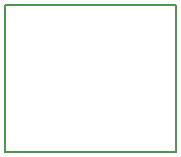
<source format=gbr>
G04 #@! TF.FileFunction,Profile,NP*
%FSLAX46Y46*%
G04 Gerber Fmt 4.6, Leading zero omitted, Abs format (unit mm)*
G04 Created by KiCad (PCBNEW 4.0.4+e1-6308~48~ubuntu16.04.1-stable) date Thu Sep 29 13:03:36 2016*
%MOMM*%
%LPD*%
G01*
G04 APERTURE LIST*
%ADD10C,0.100000*%
%ADD11C,0.150000*%
G04 APERTURE END LIST*
D10*
D11*
X132000000Y-110000000D02*
X132000000Y-97500000D01*
X146500000Y-110000000D02*
X132000000Y-110000000D01*
X146500000Y-97500000D02*
X146500000Y-110000000D01*
X132000000Y-97500000D02*
X146500000Y-97500000D01*
M02*

</source>
